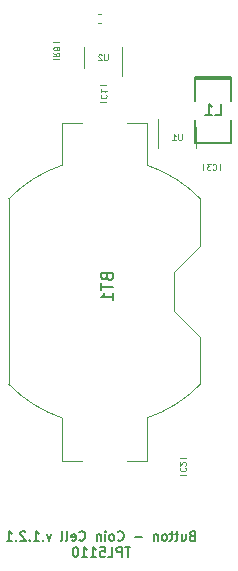
<source format=gbr>
G04 #@! TF.GenerationSoftware,KiCad,Pcbnew,(5.1.9)-1*
G04 #@! TF.CreationDate,2021-03-01T14:14:47+01:00*
G04 #@! TF.ProjectId,button timer v1.2.1_Coin_Cell,62757474-6f6e-4207-9469-6d6572207631,rev?*
G04 #@! TF.SameCoordinates,Original*
G04 #@! TF.FileFunction,Legend,Bot*
G04 #@! TF.FilePolarity,Positive*
%FSLAX46Y46*%
G04 Gerber Fmt 4.6, Leading zero omitted, Abs format (unit mm)*
G04 Created by KiCad (PCBNEW (5.1.9)-1) date 2021-03-01 14:14:47*
%MOMM*%
%LPD*%
G01*
G04 APERTURE LIST*
%ADD10C,0.150000*%
%ADD11C,0.120000*%
%ADD12C,0.125000*%
G04 APERTURE END LIST*
D10*
X133175238Y-99427857D02*
X133060952Y-99465952D01*
X133022857Y-99504047D01*
X132984761Y-99580238D01*
X132984761Y-99694523D01*
X133022857Y-99770714D01*
X133060952Y-99808809D01*
X133137142Y-99846904D01*
X133441904Y-99846904D01*
X133441904Y-99046904D01*
X133175238Y-99046904D01*
X133099047Y-99085000D01*
X133060952Y-99123095D01*
X133022857Y-99199285D01*
X133022857Y-99275476D01*
X133060952Y-99351666D01*
X133099047Y-99389761D01*
X133175238Y-99427857D01*
X133441904Y-99427857D01*
X132299047Y-99313571D02*
X132299047Y-99846904D01*
X132641904Y-99313571D02*
X132641904Y-99732619D01*
X132603809Y-99808809D01*
X132527619Y-99846904D01*
X132413333Y-99846904D01*
X132337142Y-99808809D01*
X132299047Y-99770714D01*
X132032380Y-99313571D02*
X131727619Y-99313571D01*
X131918095Y-99046904D02*
X131918095Y-99732619D01*
X131880000Y-99808809D01*
X131803809Y-99846904D01*
X131727619Y-99846904D01*
X131575238Y-99313571D02*
X131270476Y-99313571D01*
X131460952Y-99046904D02*
X131460952Y-99732619D01*
X131422857Y-99808809D01*
X131346666Y-99846904D01*
X131270476Y-99846904D01*
X130889523Y-99846904D02*
X130965714Y-99808809D01*
X131003809Y-99770714D01*
X131041904Y-99694523D01*
X131041904Y-99465952D01*
X131003809Y-99389761D01*
X130965714Y-99351666D01*
X130889523Y-99313571D01*
X130775238Y-99313571D01*
X130699047Y-99351666D01*
X130660952Y-99389761D01*
X130622857Y-99465952D01*
X130622857Y-99694523D01*
X130660952Y-99770714D01*
X130699047Y-99808809D01*
X130775238Y-99846904D01*
X130889523Y-99846904D01*
X130280000Y-99313571D02*
X130280000Y-99846904D01*
X130280000Y-99389761D02*
X130241904Y-99351666D01*
X130165714Y-99313571D01*
X130051428Y-99313571D01*
X129975238Y-99351666D01*
X129937142Y-99427857D01*
X129937142Y-99846904D01*
X128946666Y-99542142D02*
X128337142Y-99542142D01*
X126889523Y-99770714D02*
X126927619Y-99808809D01*
X127041904Y-99846904D01*
X127118095Y-99846904D01*
X127232380Y-99808809D01*
X127308571Y-99732619D01*
X127346666Y-99656428D01*
X127384761Y-99504047D01*
X127384761Y-99389761D01*
X127346666Y-99237380D01*
X127308571Y-99161190D01*
X127232380Y-99085000D01*
X127118095Y-99046904D01*
X127041904Y-99046904D01*
X126927619Y-99085000D01*
X126889523Y-99123095D01*
X126432380Y-99846904D02*
X126508571Y-99808809D01*
X126546666Y-99770714D01*
X126584761Y-99694523D01*
X126584761Y-99465952D01*
X126546666Y-99389761D01*
X126508571Y-99351666D01*
X126432380Y-99313571D01*
X126318095Y-99313571D01*
X126241904Y-99351666D01*
X126203809Y-99389761D01*
X126165714Y-99465952D01*
X126165714Y-99694523D01*
X126203809Y-99770714D01*
X126241904Y-99808809D01*
X126318095Y-99846904D01*
X126432380Y-99846904D01*
X125822857Y-99846904D02*
X125822857Y-99313571D01*
X125822857Y-99046904D02*
X125860952Y-99085000D01*
X125822857Y-99123095D01*
X125784761Y-99085000D01*
X125822857Y-99046904D01*
X125822857Y-99123095D01*
X125441904Y-99313571D02*
X125441904Y-99846904D01*
X125441904Y-99389761D02*
X125403809Y-99351666D01*
X125327619Y-99313571D01*
X125213333Y-99313571D01*
X125137142Y-99351666D01*
X125099047Y-99427857D01*
X125099047Y-99846904D01*
X123651428Y-99770714D02*
X123689523Y-99808809D01*
X123803809Y-99846904D01*
X123880000Y-99846904D01*
X123994285Y-99808809D01*
X124070476Y-99732619D01*
X124108571Y-99656428D01*
X124146666Y-99504047D01*
X124146666Y-99389761D01*
X124108571Y-99237380D01*
X124070476Y-99161190D01*
X123994285Y-99085000D01*
X123880000Y-99046904D01*
X123803809Y-99046904D01*
X123689523Y-99085000D01*
X123651428Y-99123095D01*
X123003809Y-99808809D02*
X123080000Y-99846904D01*
X123232380Y-99846904D01*
X123308571Y-99808809D01*
X123346666Y-99732619D01*
X123346666Y-99427857D01*
X123308571Y-99351666D01*
X123232380Y-99313571D01*
X123080000Y-99313571D01*
X123003809Y-99351666D01*
X122965714Y-99427857D01*
X122965714Y-99504047D01*
X123346666Y-99580238D01*
X122508571Y-99846904D02*
X122584761Y-99808809D01*
X122622857Y-99732619D01*
X122622857Y-99046904D01*
X122089523Y-99846904D02*
X122165714Y-99808809D01*
X122203809Y-99732619D01*
X122203809Y-99046904D01*
X121251428Y-99313571D02*
X121060952Y-99846904D01*
X120870476Y-99313571D01*
X120565714Y-99770714D02*
X120527619Y-99808809D01*
X120565714Y-99846904D01*
X120603809Y-99808809D01*
X120565714Y-99770714D01*
X120565714Y-99846904D01*
X119765714Y-99846904D02*
X120222857Y-99846904D01*
X119994285Y-99846904D02*
X119994285Y-99046904D01*
X120070476Y-99161190D01*
X120146666Y-99237380D01*
X120222857Y-99275476D01*
X119422857Y-99770714D02*
X119384761Y-99808809D01*
X119422857Y-99846904D01*
X119460952Y-99808809D01*
X119422857Y-99770714D01*
X119422857Y-99846904D01*
X119080000Y-99123095D02*
X119041904Y-99085000D01*
X118965714Y-99046904D01*
X118775238Y-99046904D01*
X118699047Y-99085000D01*
X118660952Y-99123095D01*
X118622857Y-99199285D01*
X118622857Y-99275476D01*
X118660952Y-99389761D01*
X119118095Y-99846904D01*
X118622857Y-99846904D01*
X118280000Y-99770714D02*
X118241904Y-99808809D01*
X118280000Y-99846904D01*
X118318095Y-99808809D01*
X118280000Y-99770714D01*
X118280000Y-99846904D01*
X117480000Y-99846904D02*
X117937142Y-99846904D01*
X117708571Y-99846904D02*
X117708571Y-99046904D01*
X117784761Y-99161190D01*
X117860952Y-99237380D01*
X117937142Y-99275476D01*
X127956190Y-100396904D02*
X127499047Y-100396904D01*
X127727619Y-101196904D02*
X127727619Y-100396904D01*
X127232380Y-101196904D02*
X127232380Y-100396904D01*
X126927619Y-100396904D01*
X126851428Y-100435000D01*
X126813333Y-100473095D01*
X126775238Y-100549285D01*
X126775238Y-100663571D01*
X126813333Y-100739761D01*
X126851428Y-100777857D01*
X126927619Y-100815952D01*
X127232380Y-100815952D01*
X126051428Y-101196904D02*
X126432380Y-101196904D01*
X126432380Y-100396904D01*
X125403809Y-100396904D02*
X125784761Y-100396904D01*
X125822857Y-100777857D01*
X125784761Y-100739761D01*
X125708571Y-100701666D01*
X125518095Y-100701666D01*
X125441904Y-100739761D01*
X125403809Y-100777857D01*
X125365714Y-100854047D01*
X125365714Y-101044523D01*
X125403809Y-101120714D01*
X125441904Y-101158809D01*
X125518095Y-101196904D01*
X125708571Y-101196904D01*
X125784761Y-101158809D01*
X125822857Y-101120714D01*
X124603809Y-101196904D02*
X125060952Y-101196904D01*
X124832380Y-101196904D02*
X124832380Y-100396904D01*
X124908571Y-100511190D01*
X124984761Y-100587380D01*
X125060952Y-100625476D01*
X123841904Y-101196904D02*
X124299047Y-101196904D01*
X124070476Y-101196904D02*
X124070476Y-100396904D01*
X124146666Y-100511190D01*
X124222857Y-100587380D01*
X124299047Y-100625476D01*
X123346666Y-100396904D02*
X123270476Y-100396904D01*
X123194285Y-100435000D01*
X123156190Y-100473095D01*
X123118095Y-100549285D01*
X123080000Y-100701666D01*
X123080000Y-100892142D01*
X123118095Y-101044523D01*
X123156190Y-101120714D01*
X123194285Y-101158809D01*
X123270476Y-101196904D01*
X123346666Y-101196904D01*
X123422857Y-101158809D01*
X123460952Y-101120714D01*
X123499047Y-101044523D01*
X123537142Y-100892142D01*
X123537142Y-100701666D01*
X123499047Y-100549285D01*
X123460952Y-100473095D01*
X123422857Y-100435000D01*
X123346666Y-100396904D01*
G04 #@! TO.C,L1*
X133451000Y-60581000D02*
X136499000Y-60581000D01*
X136499000Y-64264000D02*
X136499000Y-66169000D01*
X136499000Y-66169000D02*
X133451000Y-66169000D01*
X133451000Y-66169000D02*
X133451000Y-64264000D01*
X133451000Y-62613000D02*
X133451000Y-60581000D01*
X133451000Y-60781000D02*
X136499000Y-60781000D01*
X136499000Y-60581000D02*
X136499000Y-62613000D01*
D11*
G04 #@! TO.C,U2*
X124040000Y-59860000D02*
X124040000Y-58060000D01*
X127260000Y-58060000D02*
X127260000Y-60510000D01*
G04 #@! TO.C,U1*
X133540000Y-64820000D02*
X133540000Y-66620000D01*
X130320000Y-66620000D02*
X130320000Y-64170000D01*
G04 #@! TO.C,C1*
X125408748Y-62720000D02*
X125931252Y-62720000D01*
X125408748Y-61300000D02*
X125931252Y-61300000D01*
G04 #@! TO.C,C3*
X134140000Y-67988748D02*
X134140000Y-68511252D01*
X135560000Y-67988748D02*
X135560000Y-68511252D01*
G04 #@! TO.C,C2*
X132123548Y-94309000D02*
X132646052Y-94309000D01*
X132123548Y-92889000D02*
X132646052Y-92889000D01*
G04 #@! TO.C,R8*
X121418748Y-59066500D02*
X121941252Y-59066500D01*
X121418748Y-57646500D02*
X121941252Y-57646500D01*
G04 #@! TO.C,C4*
X125254165Y-56020000D02*
X125485835Y-56020000D01*
X125254165Y-55300000D02*
X125485835Y-55300000D01*
G04 #@! TO.C,BT1*
X122170800Y-64454200D02*
X122170800Y-68072200D01*
X123880800Y-64454200D02*
X122170800Y-64454200D01*
X117670800Y-70916900D02*
X117670800Y-86611500D01*
X123880800Y-93074200D02*
X122170800Y-93074200D01*
X122170800Y-89456200D02*
X122170800Y-93074200D01*
X129390800Y-93074200D02*
X129390800Y-89456200D01*
X127680800Y-93074200D02*
X129390800Y-93074200D01*
X133890800Y-86611500D02*
X133890800Y-82624200D01*
X131690800Y-80424200D02*
X133890800Y-82624200D01*
X131690800Y-80424200D02*
X131690800Y-77104200D01*
X131690800Y-77104200D02*
X133890800Y-74904200D01*
X133890800Y-74904200D02*
X133890800Y-70916900D01*
X129390800Y-68072200D02*
X129390800Y-64454200D01*
X127680800Y-64454200D02*
X129390800Y-64454200D01*
X117669011Y-70918830D02*
G75*
G02*
X122170800Y-68072200I8111789J-7845370D01*
G01*
X133892589Y-86609570D02*
G75*
G02*
X129390800Y-89456200I-8111789J7845370D01*
G01*
X117669011Y-86609570D02*
G75*
G03*
X122170800Y-89456200I8111789J7845370D01*
G01*
X133892589Y-70918830D02*
G75*
G03*
X129390800Y-68072200I-8111789J-7845370D01*
G01*
G04 #@! TO.C,L1*
D10*
X135156666Y-63842380D02*
X135632857Y-63842380D01*
X135632857Y-62842380D01*
X134299523Y-63842380D02*
X134870952Y-63842380D01*
X134585238Y-63842380D02*
X134585238Y-62842380D01*
X134680476Y-62985238D01*
X134775714Y-63080476D01*
X134870952Y-63128095D01*
G04 #@! TO.C,U2*
D12*
X126030952Y-58686190D02*
X126030952Y-59090952D01*
X126007142Y-59138571D01*
X125983333Y-59162380D01*
X125935714Y-59186190D01*
X125840476Y-59186190D01*
X125792857Y-59162380D01*
X125769047Y-59138571D01*
X125745238Y-59090952D01*
X125745238Y-58686190D01*
X125530952Y-58733809D02*
X125507142Y-58710000D01*
X125459523Y-58686190D01*
X125340476Y-58686190D01*
X125292857Y-58710000D01*
X125269047Y-58733809D01*
X125245238Y-58781428D01*
X125245238Y-58829047D01*
X125269047Y-58900476D01*
X125554761Y-59186190D01*
X125245238Y-59186190D01*
G04 #@! TO.C,U1*
X132310952Y-65446190D02*
X132310952Y-65850952D01*
X132287142Y-65898571D01*
X132263333Y-65922380D01*
X132215714Y-65946190D01*
X132120476Y-65946190D01*
X132072857Y-65922380D01*
X132049047Y-65898571D01*
X132025238Y-65850952D01*
X132025238Y-65446190D01*
X131525238Y-65946190D02*
X131810952Y-65946190D01*
X131668095Y-65946190D02*
X131668095Y-65446190D01*
X131715714Y-65517619D01*
X131763333Y-65565238D01*
X131810952Y-65589047D01*
G04 #@! TO.C,C1*
X125491428Y-62093333D02*
X125467619Y-62117142D01*
X125443809Y-62188571D01*
X125443809Y-62236190D01*
X125467619Y-62307619D01*
X125515238Y-62355238D01*
X125562857Y-62379047D01*
X125658095Y-62402857D01*
X125729523Y-62402857D01*
X125824761Y-62379047D01*
X125872380Y-62355238D01*
X125920000Y-62307619D01*
X125943809Y-62236190D01*
X125943809Y-62188571D01*
X125920000Y-62117142D01*
X125896190Y-62093333D01*
X125443809Y-61617142D02*
X125443809Y-61902857D01*
X125443809Y-61760000D02*
X125943809Y-61760000D01*
X125872380Y-61807619D01*
X125824761Y-61855238D01*
X125800952Y-61902857D01*
G04 #@! TO.C,C3*
X134933333Y-68428571D02*
X134957142Y-68452380D01*
X135028571Y-68476190D01*
X135076190Y-68476190D01*
X135147619Y-68452380D01*
X135195238Y-68404761D01*
X135219047Y-68357142D01*
X135242857Y-68261904D01*
X135242857Y-68190476D01*
X135219047Y-68095238D01*
X135195238Y-68047619D01*
X135147619Y-68000000D01*
X135076190Y-67976190D01*
X135028571Y-67976190D01*
X134957142Y-68000000D01*
X134933333Y-68023809D01*
X134766666Y-67976190D02*
X134457142Y-67976190D01*
X134623809Y-68166666D01*
X134552380Y-68166666D01*
X134504761Y-68190476D01*
X134480952Y-68214285D01*
X134457142Y-68261904D01*
X134457142Y-68380952D01*
X134480952Y-68428571D01*
X134504761Y-68452380D01*
X134552380Y-68476190D01*
X134695238Y-68476190D01*
X134742857Y-68452380D01*
X134766666Y-68428571D01*
G04 #@! TO.C,C2*
X132206228Y-93682333D02*
X132182419Y-93706142D01*
X132158609Y-93777571D01*
X132158609Y-93825190D01*
X132182419Y-93896619D01*
X132230038Y-93944238D01*
X132277657Y-93968047D01*
X132372895Y-93991857D01*
X132444323Y-93991857D01*
X132539561Y-93968047D01*
X132587180Y-93944238D01*
X132634800Y-93896619D01*
X132658609Y-93825190D01*
X132658609Y-93777571D01*
X132634800Y-93706142D01*
X132610990Y-93682333D01*
X132610990Y-93491857D02*
X132634800Y-93468047D01*
X132658609Y-93420428D01*
X132658609Y-93301380D01*
X132634800Y-93253761D01*
X132610990Y-93229952D01*
X132563371Y-93206142D01*
X132515752Y-93206142D01*
X132444323Y-93229952D01*
X132158609Y-93515666D01*
X132158609Y-93206142D01*
G04 #@! TO.C,R8*
X121453809Y-58539833D02*
X121691904Y-58706500D01*
X121453809Y-58825547D02*
X121953809Y-58825547D01*
X121953809Y-58635071D01*
X121930000Y-58587452D01*
X121906190Y-58563642D01*
X121858571Y-58539833D01*
X121787142Y-58539833D01*
X121739523Y-58563642D01*
X121715714Y-58587452D01*
X121691904Y-58635071D01*
X121691904Y-58825547D01*
X121739523Y-58254119D02*
X121763333Y-58301738D01*
X121787142Y-58325547D01*
X121834761Y-58349357D01*
X121858571Y-58349357D01*
X121906190Y-58325547D01*
X121930000Y-58301738D01*
X121953809Y-58254119D01*
X121953809Y-58158880D01*
X121930000Y-58111261D01*
X121906190Y-58087452D01*
X121858571Y-58063642D01*
X121834761Y-58063642D01*
X121787142Y-58087452D01*
X121763333Y-58111261D01*
X121739523Y-58158880D01*
X121739523Y-58254119D01*
X121715714Y-58301738D01*
X121691904Y-58325547D01*
X121644285Y-58349357D01*
X121549047Y-58349357D01*
X121501428Y-58325547D01*
X121477619Y-58301738D01*
X121453809Y-58254119D01*
X121453809Y-58158880D01*
X121477619Y-58111261D01*
X121501428Y-58087452D01*
X121549047Y-58063642D01*
X121644285Y-58063642D01*
X121691904Y-58087452D01*
X121715714Y-58111261D01*
X121739523Y-58158880D01*
G04 #@! TO.C,BT1*
D10*
X125958291Y-77537725D02*
X126005910Y-77680582D01*
X126053529Y-77728201D01*
X126148767Y-77775820D01*
X126291624Y-77775820D01*
X126386862Y-77728201D01*
X126434481Y-77680582D01*
X126482100Y-77585344D01*
X126482100Y-77204392D01*
X125482100Y-77204392D01*
X125482100Y-77537725D01*
X125529720Y-77632963D01*
X125577339Y-77680582D01*
X125672577Y-77728201D01*
X125767815Y-77728201D01*
X125863053Y-77680582D01*
X125910672Y-77632963D01*
X125958291Y-77537725D01*
X125958291Y-77204392D01*
X125482100Y-78061535D02*
X125482100Y-78632963D01*
X126482100Y-78347249D02*
X125482100Y-78347249D01*
X126482100Y-79490106D02*
X126482100Y-78918678D01*
X126482100Y-79204392D02*
X125482100Y-79204392D01*
X125624958Y-79109154D01*
X125720196Y-79013916D01*
X125767815Y-78918678D01*
G04 #@! TD*
M02*

</source>
